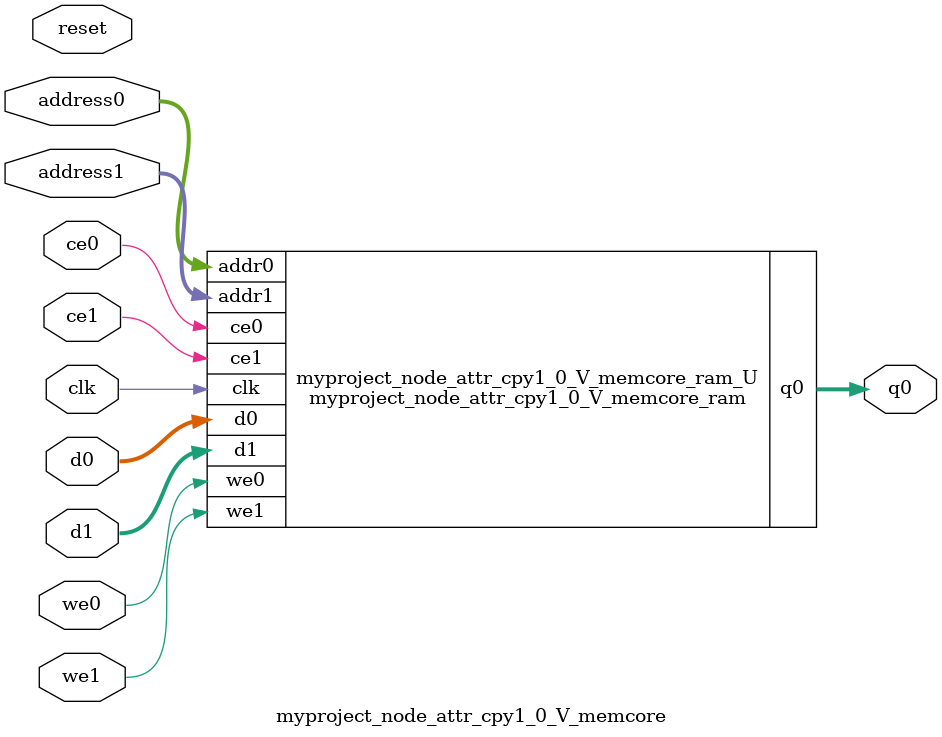
<source format=v>
`timescale 1 ns / 1 ps
module myproject_node_attr_cpy1_0_V_memcore_ram (addr0, ce0, d0, we0, q0, addr1, ce1, d1, we1,  clk);

parameter DWIDTH = 16;
parameter AWIDTH = 3;
parameter MEM_SIZE = 7;

input[AWIDTH-1:0] addr0;
input ce0;
input[DWIDTH-1:0] d0;
input we0;
output reg[DWIDTH-1:0] q0;
input[AWIDTH-1:0] addr1;
input ce1;
input[DWIDTH-1:0] d1;
input we1;
input clk;

(* ram_style = "block" *)reg [DWIDTH-1:0] ram[0:MEM_SIZE-1];




always @(posedge clk)  
begin 
    if (ce0) begin
        if (we0) 
            ram[addr0] <= d0; 
        q0 <= ram[addr0];
    end
end


always @(posedge clk)  
begin 
    if (ce1) begin
        if (we1) 
            ram[addr1] <= d1; 
    end
end


endmodule

`timescale 1 ns / 1 ps
module myproject_node_attr_cpy1_0_V_memcore(
    reset,
    clk,
    address0,
    ce0,
    we0,
    d0,
    q0,
    address1,
    ce1,
    we1,
    d1);

parameter DataWidth = 32'd16;
parameter AddressRange = 32'd7;
parameter AddressWidth = 32'd3;
input reset;
input clk;
input[AddressWidth - 1:0] address0;
input ce0;
input we0;
input[DataWidth - 1:0] d0;
output[DataWidth - 1:0] q0;
input[AddressWidth - 1:0] address1;
input ce1;
input we1;
input[DataWidth - 1:0] d1;



myproject_node_attr_cpy1_0_V_memcore_ram myproject_node_attr_cpy1_0_V_memcore_ram_U(
    .clk( clk ),
    .addr0( address0 ),
    .ce0( ce0 ),
    .we0( we0 ),
    .d0( d0 ),
    .q0( q0 ),
    .addr1( address1 ),
    .ce1( ce1 ),
    .we1( we1 ),
    .d1( d1 ));

endmodule


</source>
